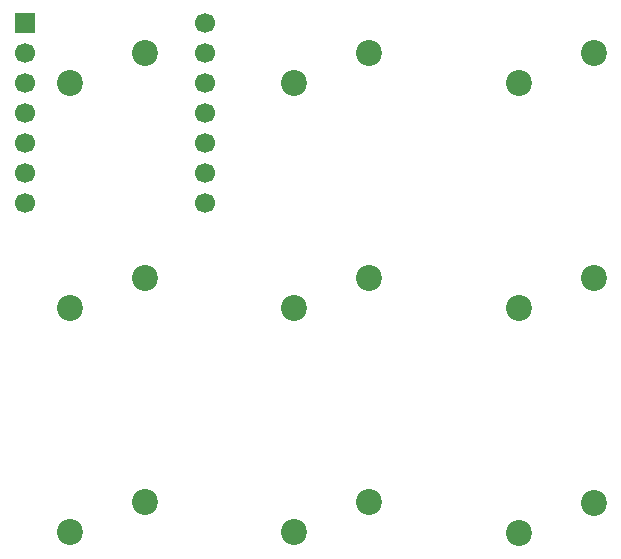
<source format=gbr>
G04 #@! TF.GenerationSoftware,KiCad,Pcbnew,8.0.6*
G04 #@! TF.CreationDate,2024-10-24T18:52:45+08:00*
G04 #@! TF.ProjectId,hackpad,6861636b-7061-4642-9e6b-696361645f70,rev?*
G04 #@! TF.SameCoordinates,Original*
G04 #@! TF.FileFunction,Copper,L2,Bot*
G04 #@! TF.FilePolarity,Positive*
%FSLAX46Y46*%
G04 Gerber Fmt 4.6, Leading zero omitted, Abs format (unit mm)*
G04 Created by KiCad (PCBNEW 8.0.6) date 2024-10-24 18:52:45*
%MOMM*%
%LPD*%
G01*
G04 APERTURE LIST*
G04 #@! TA.AperFunction,ComponentPad*
%ADD10C,2.200000*%
G04 #@! TD*
G04 #@! TA.AperFunction,ComponentPad*
%ADD11R,1.700000X1.700000*%
G04 #@! TD*
G04 #@! TA.AperFunction,ComponentPad*
%ADD12C,1.700000*%
G04 #@! TD*
G04 APERTURE END LIST*
D10*
X159040000Y-91460000D03*
X152690000Y-94000000D03*
X159040000Y-53420000D03*
X152690000Y-55960000D03*
X121040000Y-91420000D03*
X114690000Y-93960000D03*
X121040000Y-53420000D03*
X114690000Y-55960000D03*
D11*
X110875000Y-50880000D03*
D12*
X110875000Y-53420000D03*
X110875000Y-55960000D03*
X110875000Y-58500000D03*
X110875000Y-61040000D03*
X110875000Y-63580000D03*
X110875000Y-66120000D03*
X126125000Y-66120000D03*
X126125000Y-63580000D03*
X126125000Y-61040000D03*
X126125000Y-58500000D03*
X126125000Y-55960000D03*
X126125000Y-53420000D03*
X126125000Y-50880000D03*
D10*
X159040000Y-72420000D03*
X152690000Y-74960000D03*
X140040000Y-72420000D03*
X133690000Y-74960000D03*
X140040000Y-91420000D03*
X133690000Y-93960000D03*
X121040000Y-72420000D03*
X114690000Y-74960000D03*
X140040000Y-53420000D03*
X133690000Y-55960000D03*
M02*

</source>
